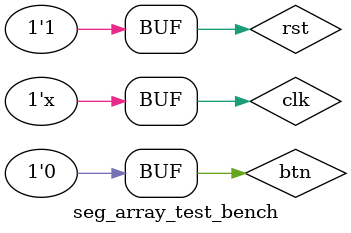
<source format=v>
`timescale 1ns / 1ps


module seg_array_test_bench();

reg clk, rst;
reg btn;
wire [7:0] seg_data;
wire [7:0] seg_sel;

seg_array u1(clk, rst, btn, seg_data, seg_sel);
initial begin
    clk <= 0; rst <= 1; btn <=0;
    #10 rst <= 0;
    #10 rst <= 1;
    #40 btn <= 1;
    #40 btn <= 0;
    #40 btn <= 1;
    #40 btn <= 0;
    #40 btn <= 1;
    #40 btn <= 0;
    #40 btn <= 1;
    #40 btn <= 0;
    #40 btn <= 1;
    #40 btn <= 0;
    #40 btn <= 1;
    #40 btn <= 0;
    #40 btn <= 1;
    #40 btn <= 0;
    #40 btn <= 1;
    #40 btn <= 0;
    #40 btn <= 1;
    #40 btn <= 0;
    #40 btn <= 1;
    #40 btn <= 0;
    #40 btn <= 1;
    #40 btn <= 0;
    #40 btn <= 1;
    #40 btn <= 0;
    #40 btn <= 1;
    #40 btn <= 0;
    #40 btn <= 1;
    #40 btn <= 0;
    #40 btn <= 1;
    #40 btn <= 0;
    #40 btn <= 1;
    #40 btn <= 0;
    #40 btn <= 1;
    #40 btn <= 0;
    #40 btn <= 1;
    #40 btn <= 0;
    #40 btn <= 1;
    #40 btn <= 0;
    #40 btn <= 1;
    #40 btn <= 0;



end

always begin
    #5 clk <= ~clk;
end

endmodule

</source>
